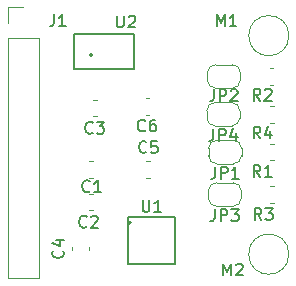
<source format=gto>
G04 #@! TF.GenerationSoftware,KiCad,Pcbnew,5.0.0-rc1-44a33f2~62~ubuntu16.04.1*
G04 #@! TF.CreationDate,2018-04-05T21:06:55+03:00*
G04 #@! TF.ProjectId,accel-breakout,616363656C2D627265616B6F75742E6B,rev?*
G04 #@! TF.SameCoordinates,Original*
G04 #@! TF.FileFunction,Legend,Top*
G04 #@! TF.FilePolarity,Positive*
%FSLAX46Y46*%
G04 Gerber Fmt 4.6, Leading zero omitted, Abs format (unit mm)*
G04 Created by KiCad (PCBNEW 5.0.0-rc1-44a33f2~62~ubuntu16.04.1) date Thu Apr  5 21:06:55 2018*
%MOMM*%
%LPD*%
G01*
G04 APERTURE LIST*
%ADD10C,0.150000*%
%ADD11C,0.120000*%
G04 APERTURE END LIST*
D10*
X138095000Y-97200000D02*
X142095000Y-97200000D01*
X142095000Y-97200000D02*
X142095000Y-101200000D01*
X142095000Y-101200000D02*
X138095000Y-101200000D01*
X138095000Y-101200000D02*
X138095000Y-97200000D01*
X138395000Y-97700000D02*
G75*
G03X138395000Y-97700000I-100000J0D01*
G01*
D11*
X135155000Y-93885000D02*
X134855000Y-93885000D01*
X135155000Y-92465000D02*
X134855000Y-92465000D01*
X135130000Y-95215000D02*
X134830000Y-95215000D01*
X135130000Y-96635000D02*
X134830000Y-96635000D01*
X135500000Y-87265000D02*
X135200000Y-87265000D01*
X135500000Y-88685000D02*
X135200000Y-88685000D01*
X133390000Y-100030000D02*
X133390000Y-99730000D01*
X134810000Y-100030000D02*
X134810000Y-99730000D01*
X139695000Y-93885000D02*
X139995000Y-93885000D01*
X139695000Y-92465000D02*
X139995000Y-92465000D01*
X139625000Y-87165000D02*
X139925000Y-87165000D01*
X139625000Y-88585000D02*
X139925000Y-88585000D01*
X127952619Y-102407500D02*
X130612619Y-102407500D01*
X127952619Y-82027500D02*
X127952619Y-102407500D01*
X130612619Y-82027500D02*
X130612619Y-102407500D01*
X127952619Y-82027500D02*
X130612619Y-82027500D01*
X127952619Y-80757500D02*
X127952619Y-79427500D01*
X127952619Y-79427500D02*
X129282619Y-79427500D01*
X147050000Y-92700000D02*
X145650000Y-92700000D01*
X144950000Y-92000000D02*
X144950000Y-91400000D01*
X145650000Y-90700000D02*
X147050000Y-90700000D01*
X147750000Y-91400000D02*
X147750000Y-92000000D01*
X147750000Y-92000000D02*
G75*
G02X147050000Y-92700000I-700000J0D01*
G01*
X147050000Y-90700000D02*
G75*
G02X147750000Y-91400000I0J-700000D01*
G01*
X144950000Y-91400000D02*
G75*
G02X145650000Y-90700000I700000J0D01*
G01*
X145650000Y-92700000D02*
G75*
G02X144950000Y-92000000I0J700000D01*
G01*
X145550000Y-86300000D02*
G75*
G02X144850000Y-85600000I0J700000D01*
G01*
X144850000Y-85000000D02*
G75*
G02X145550000Y-84300000I700000J0D01*
G01*
X146950000Y-84300000D02*
G75*
G02X147650000Y-85000000I0J-700000D01*
G01*
X147650000Y-85600000D02*
G75*
G02X146950000Y-86300000I-700000J0D01*
G01*
X147650000Y-85000000D02*
X147650000Y-85600000D01*
X145550000Y-84300000D02*
X146950000Y-84300000D01*
X144850000Y-85600000D02*
X144850000Y-85000000D01*
X146950000Y-86300000D02*
X145550000Y-86300000D01*
X147025000Y-96300000D02*
X145625000Y-96300000D01*
X144925000Y-95600000D02*
X144925000Y-95000000D01*
X145625000Y-94300000D02*
X147025000Y-94300000D01*
X147725000Y-95000000D02*
X147725000Y-95600000D01*
X147725000Y-95600000D02*
G75*
G02X147025000Y-96300000I-700000J0D01*
G01*
X147025000Y-94300000D02*
G75*
G02X147725000Y-95000000I0J-700000D01*
G01*
X144925000Y-95000000D02*
G75*
G02X145625000Y-94300000I700000J0D01*
G01*
X145625000Y-96300000D02*
G75*
G02X144925000Y-95600000I0J700000D01*
G01*
X145500000Y-89500000D02*
G75*
G02X144800000Y-88800000I0J700000D01*
G01*
X144800000Y-88200000D02*
G75*
G02X145500000Y-87500000I700000J0D01*
G01*
X146900000Y-87500000D02*
G75*
G02X147600000Y-88200000I0J-700000D01*
G01*
X147600000Y-88800000D02*
G75*
G02X146900000Y-89500000I-700000J0D01*
G01*
X147600000Y-88200000D02*
X147600000Y-88800000D01*
X145500000Y-87500000D02*
X146900000Y-87500000D01*
X144800000Y-88800000D02*
X144800000Y-88200000D01*
X146900000Y-89500000D02*
X145500000Y-89500000D01*
X150455000Y-92410000D02*
X150155000Y-92410000D01*
X150455000Y-90990000D02*
X150155000Y-90990000D01*
X150430000Y-84590000D02*
X150130000Y-84590000D01*
X150430000Y-86010000D02*
X150130000Y-86010000D01*
X150455000Y-96035000D02*
X150155000Y-96035000D01*
X150455000Y-94615000D02*
X150155000Y-94615000D01*
X150455000Y-87790000D02*
X150155000Y-87790000D01*
X150455000Y-89210000D02*
X150155000Y-89210000D01*
D10*
X138600000Y-84675000D02*
X133600000Y-84675000D01*
X133600000Y-84675000D02*
X133600000Y-81675000D01*
X133600000Y-81675000D02*
X138600000Y-81675000D01*
X138600000Y-81675000D02*
X138600000Y-84675000D01*
X135100000Y-83475000D02*
G75*
G03X135100000Y-83475000I-100000J0D01*
G01*
D11*
X151750000Y-100350000D02*
G75*
G03X151750000Y-100350000I-1700000J0D01*
G01*
X151750000Y-81850000D02*
G75*
G03X151750000Y-81850000I-1700000J0D01*
G01*
D10*
X139363095Y-95772380D02*
X139363095Y-96581904D01*
X139410714Y-96677142D01*
X139458333Y-96724761D01*
X139553571Y-96772380D01*
X139744047Y-96772380D01*
X139839285Y-96724761D01*
X139886904Y-96677142D01*
X139934523Y-96581904D01*
X139934523Y-95772380D01*
X140934523Y-96772380D02*
X140363095Y-96772380D01*
X140648809Y-96772380D02*
X140648809Y-95772380D01*
X140553571Y-95915238D01*
X140458333Y-96010476D01*
X140363095Y-96058095D01*
X134883333Y-95007142D02*
X134835714Y-95054761D01*
X134692857Y-95102380D01*
X134597619Y-95102380D01*
X134454761Y-95054761D01*
X134359523Y-94959523D01*
X134311904Y-94864285D01*
X134264285Y-94673809D01*
X134264285Y-94530952D01*
X134311904Y-94340476D01*
X134359523Y-94245238D01*
X134454761Y-94150000D01*
X134597619Y-94102380D01*
X134692857Y-94102380D01*
X134835714Y-94150000D01*
X134883333Y-94197619D01*
X135835714Y-95102380D02*
X135264285Y-95102380D01*
X135550000Y-95102380D02*
X135550000Y-94102380D01*
X135454761Y-94245238D01*
X135359523Y-94340476D01*
X135264285Y-94388095D01*
X134633333Y-98007142D02*
X134585714Y-98054761D01*
X134442857Y-98102380D01*
X134347619Y-98102380D01*
X134204761Y-98054761D01*
X134109523Y-97959523D01*
X134061904Y-97864285D01*
X134014285Y-97673809D01*
X134014285Y-97530952D01*
X134061904Y-97340476D01*
X134109523Y-97245238D01*
X134204761Y-97150000D01*
X134347619Y-97102380D01*
X134442857Y-97102380D01*
X134585714Y-97150000D01*
X134633333Y-97197619D01*
X135014285Y-97197619D02*
X135061904Y-97150000D01*
X135157142Y-97102380D01*
X135395238Y-97102380D01*
X135490476Y-97150000D01*
X135538095Y-97197619D01*
X135585714Y-97292857D01*
X135585714Y-97388095D01*
X135538095Y-97530952D01*
X134966666Y-98102380D01*
X135585714Y-98102380D01*
X135133333Y-90057142D02*
X135085714Y-90104761D01*
X134942857Y-90152380D01*
X134847619Y-90152380D01*
X134704761Y-90104761D01*
X134609523Y-90009523D01*
X134561904Y-89914285D01*
X134514285Y-89723809D01*
X134514285Y-89580952D01*
X134561904Y-89390476D01*
X134609523Y-89295238D01*
X134704761Y-89200000D01*
X134847619Y-89152380D01*
X134942857Y-89152380D01*
X135085714Y-89200000D01*
X135133333Y-89247619D01*
X135466666Y-89152380D02*
X136085714Y-89152380D01*
X135752380Y-89533333D01*
X135895238Y-89533333D01*
X135990476Y-89580952D01*
X136038095Y-89628571D01*
X136085714Y-89723809D01*
X136085714Y-89961904D01*
X136038095Y-90057142D01*
X135990476Y-90104761D01*
X135895238Y-90152380D01*
X135609523Y-90152380D01*
X135514285Y-90104761D01*
X135466666Y-90057142D01*
X132607142Y-100046666D02*
X132654761Y-100094285D01*
X132702380Y-100237142D01*
X132702380Y-100332380D01*
X132654761Y-100475238D01*
X132559523Y-100570476D01*
X132464285Y-100618095D01*
X132273809Y-100665714D01*
X132130952Y-100665714D01*
X131940476Y-100618095D01*
X131845238Y-100570476D01*
X131750000Y-100475238D01*
X131702380Y-100332380D01*
X131702380Y-100237142D01*
X131750000Y-100094285D01*
X131797619Y-100046666D01*
X132035714Y-99189523D02*
X132702380Y-99189523D01*
X131654761Y-99427619D02*
X132369047Y-99665714D01*
X132369047Y-99046666D01*
X139678333Y-91682142D02*
X139630714Y-91729761D01*
X139487857Y-91777380D01*
X139392619Y-91777380D01*
X139249761Y-91729761D01*
X139154523Y-91634523D01*
X139106904Y-91539285D01*
X139059285Y-91348809D01*
X139059285Y-91205952D01*
X139106904Y-91015476D01*
X139154523Y-90920238D01*
X139249761Y-90825000D01*
X139392619Y-90777380D01*
X139487857Y-90777380D01*
X139630714Y-90825000D01*
X139678333Y-90872619D01*
X140583095Y-90777380D02*
X140106904Y-90777380D01*
X140059285Y-91253571D01*
X140106904Y-91205952D01*
X140202142Y-91158333D01*
X140440238Y-91158333D01*
X140535476Y-91205952D01*
X140583095Y-91253571D01*
X140630714Y-91348809D01*
X140630714Y-91586904D01*
X140583095Y-91682142D01*
X140535476Y-91729761D01*
X140440238Y-91777380D01*
X140202142Y-91777380D01*
X140106904Y-91729761D01*
X140059285Y-91682142D01*
X139583333Y-89857142D02*
X139535714Y-89904761D01*
X139392857Y-89952380D01*
X139297619Y-89952380D01*
X139154761Y-89904761D01*
X139059523Y-89809523D01*
X139011904Y-89714285D01*
X138964285Y-89523809D01*
X138964285Y-89380952D01*
X139011904Y-89190476D01*
X139059523Y-89095238D01*
X139154761Y-89000000D01*
X139297619Y-88952380D01*
X139392857Y-88952380D01*
X139535714Y-89000000D01*
X139583333Y-89047619D01*
X140440476Y-88952380D02*
X140250000Y-88952380D01*
X140154761Y-89000000D01*
X140107142Y-89047619D01*
X140011904Y-89190476D01*
X139964285Y-89380952D01*
X139964285Y-89761904D01*
X140011904Y-89857142D01*
X140059523Y-89904761D01*
X140154761Y-89952380D01*
X140345238Y-89952380D01*
X140440476Y-89904761D01*
X140488095Y-89857142D01*
X140535714Y-89761904D01*
X140535714Y-89523809D01*
X140488095Y-89428571D01*
X140440476Y-89380952D01*
X140345238Y-89333333D01*
X140154761Y-89333333D01*
X140059523Y-89380952D01*
X140011904Y-89428571D01*
X139964285Y-89523809D01*
X131866666Y-80052380D02*
X131866666Y-80766666D01*
X131819047Y-80909523D01*
X131723809Y-81004761D01*
X131580952Y-81052380D01*
X131485714Y-81052380D01*
X132866666Y-81052380D02*
X132295238Y-81052380D01*
X132580952Y-81052380D02*
X132580952Y-80052380D01*
X132485714Y-80195238D01*
X132390476Y-80290476D01*
X132295238Y-80338095D01*
X145516666Y-92952380D02*
X145516666Y-93666666D01*
X145469047Y-93809523D01*
X145373809Y-93904761D01*
X145230952Y-93952380D01*
X145135714Y-93952380D01*
X145992857Y-93952380D02*
X145992857Y-92952380D01*
X146373809Y-92952380D01*
X146469047Y-93000000D01*
X146516666Y-93047619D01*
X146564285Y-93142857D01*
X146564285Y-93285714D01*
X146516666Y-93380952D01*
X146469047Y-93428571D01*
X146373809Y-93476190D01*
X145992857Y-93476190D01*
X147516666Y-93952380D02*
X146945238Y-93952380D01*
X147230952Y-93952380D02*
X147230952Y-92952380D01*
X147135714Y-93095238D01*
X147040476Y-93190476D01*
X146945238Y-93238095D01*
X145416666Y-86402380D02*
X145416666Y-87116666D01*
X145369047Y-87259523D01*
X145273809Y-87354761D01*
X145130952Y-87402380D01*
X145035714Y-87402380D01*
X145892857Y-87402380D02*
X145892857Y-86402380D01*
X146273809Y-86402380D01*
X146369047Y-86450000D01*
X146416666Y-86497619D01*
X146464285Y-86592857D01*
X146464285Y-86735714D01*
X146416666Y-86830952D01*
X146369047Y-86878571D01*
X146273809Y-86926190D01*
X145892857Y-86926190D01*
X146845238Y-86497619D02*
X146892857Y-86450000D01*
X146988095Y-86402380D01*
X147226190Y-86402380D01*
X147321428Y-86450000D01*
X147369047Y-86497619D01*
X147416666Y-86592857D01*
X147416666Y-86688095D01*
X147369047Y-86830952D01*
X146797619Y-87402380D01*
X147416666Y-87402380D01*
X145491666Y-96552380D02*
X145491666Y-97266666D01*
X145444047Y-97409523D01*
X145348809Y-97504761D01*
X145205952Y-97552380D01*
X145110714Y-97552380D01*
X145967857Y-97552380D02*
X145967857Y-96552380D01*
X146348809Y-96552380D01*
X146444047Y-96600000D01*
X146491666Y-96647619D01*
X146539285Y-96742857D01*
X146539285Y-96885714D01*
X146491666Y-96980952D01*
X146444047Y-97028571D01*
X146348809Y-97076190D01*
X145967857Y-97076190D01*
X146872619Y-96552380D02*
X147491666Y-96552380D01*
X147158333Y-96933333D01*
X147301190Y-96933333D01*
X147396428Y-96980952D01*
X147444047Y-97028571D01*
X147491666Y-97123809D01*
X147491666Y-97361904D01*
X147444047Y-97457142D01*
X147396428Y-97504761D01*
X147301190Y-97552380D01*
X147015476Y-97552380D01*
X146920238Y-97504761D01*
X146872619Y-97457142D01*
X145366666Y-89752380D02*
X145366666Y-90466666D01*
X145319047Y-90609523D01*
X145223809Y-90704761D01*
X145080952Y-90752380D01*
X144985714Y-90752380D01*
X145842857Y-90752380D02*
X145842857Y-89752380D01*
X146223809Y-89752380D01*
X146319047Y-89800000D01*
X146366666Y-89847619D01*
X146414285Y-89942857D01*
X146414285Y-90085714D01*
X146366666Y-90180952D01*
X146319047Y-90228571D01*
X146223809Y-90276190D01*
X145842857Y-90276190D01*
X147271428Y-90085714D02*
X147271428Y-90752380D01*
X147033333Y-89704761D02*
X146795238Y-90419047D01*
X147414285Y-90419047D01*
X149333333Y-93802380D02*
X149000000Y-93326190D01*
X148761904Y-93802380D02*
X148761904Y-92802380D01*
X149142857Y-92802380D01*
X149238095Y-92850000D01*
X149285714Y-92897619D01*
X149333333Y-92992857D01*
X149333333Y-93135714D01*
X149285714Y-93230952D01*
X149238095Y-93278571D01*
X149142857Y-93326190D01*
X148761904Y-93326190D01*
X150285714Y-93802380D02*
X149714285Y-93802380D01*
X150000000Y-93802380D02*
X150000000Y-92802380D01*
X149904761Y-92945238D01*
X149809523Y-93040476D01*
X149714285Y-93088095D01*
X149333333Y-87352380D02*
X149000000Y-86876190D01*
X148761904Y-87352380D02*
X148761904Y-86352380D01*
X149142857Y-86352380D01*
X149238095Y-86400000D01*
X149285714Y-86447619D01*
X149333333Y-86542857D01*
X149333333Y-86685714D01*
X149285714Y-86780952D01*
X149238095Y-86828571D01*
X149142857Y-86876190D01*
X148761904Y-86876190D01*
X149714285Y-86447619D02*
X149761904Y-86400000D01*
X149857142Y-86352380D01*
X150095238Y-86352380D01*
X150190476Y-86400000D01*
X150238095Y-86447619D01*
X150285714Y-86542857D01*
X150285714Y-86638095D01*
X150238095Y-86780952D01*
X149666666Y-87352380D01*
X150285714Y-87352380D01*
X149433333Y-97452380D02*
X149100000Y-96976190D01*
X148861904Y-97452380D02*
X148861904Y-96452380D01*
X149242857Y-96452380D01*
X149338095Y-96500000D01*
X149385714Y-96547619D01*
X149433333Y-96642857D01*
X149433333Y-96785714D01*
X149385714Y-96880952D01*
X149338095Y-96928571D01*
X149242857Y-96976190D01*
X148861904Y-96976190D01*
X149766666Y-96452380D02*
X150385714Y-96452380D01*
X150052380Y-96833333D01*
X150195238Y-96833333D01*
X150290476Y-96880952D01*
X150338095Y-96928571D01*
X150385714Y-97023809D01*
X150385714Y-97261904D01*
X150338095Y-97357142D01*
X150290476Y-97404761D01*
X150195238Y-97452380D01*
X149909523Y-97452380D01*
X149814285Y-97404761D01*
X149766666Y-97357142D01*
X149333333Y-90552380D02*
X149000000Y-90076190D01*
X148761904Y-90552380D02*
X148761904Y-89552380D01*
X149142857Y-89552380D01*
X149238095Y-89600000D01*
X149285714Y-89647619D01*
X149333333Y-89742857D01*
X149333333Y-89885714D01*
X149285714Y-89980952D01*
X149238095Y-90028571D01*
X149142857Y-90076190D01*
X148761904Y-90076190D01*
X150190476Y-89885714D02*
X150190476Y-90552380D01*
X149952380Y-89504761D02*
X149714285Y-90219047D01*
X150333333Y-90219047D01*
X137188095Y-80152380D02*
X137188095Y-80961904D01*
X137235714Y-81057142D01*
X137283333Y-81104761D01*
X137378571Y-81152380D01*
X137569047Y-81152380D01*
X137664285Y-81104761D01*
X137711904Y-81057142D01*
X137759523Y-80961904D01*
X137759523Y-80152380D01*
X138188095Y-80247619D02*
X138235714Y-80200000D01*
X138330952Y-80152380D01*
X138569047Y-80152380D01*
X138664285Y-80200000D01*
X138711904Y-80247619D01*
X138759523Y-80342857D01*
X138759523Y-80438095D01*
X138711904Y-80580952D01*
X138140476Y-81152380D01*
X138759523Y-81152380D01*
X146190476Y-102152380D02*
X146190476Y-101152380D01*
X146523809Y-101866666D01*
X146857142Y-101152380D01*
X146857142Y-102152380D01*
X147285714Y-101247619D02*
X147333333Y-101200000D01*
X147428571Y-101152380D01*
X147666666Y-101152380D01*
X147761904Y-101200000D01*
X147809523Y-101247619D01*
X147857142Y-101342857D01*
X147857142Y-101438095D01*
X147809523Y-101580952D01*
X147238095Y-102152380D01*
X147857142Y-102152380D01*
X145640476Y-81052380D02*
X145640476Y-80052380D01*
X145973809Y-80766666D01*
X146307142Y-80052380D01*
X146307142Y-81052380D01*
X147307142Y-81052380D02*
X146735714Y-81052380D01*
X147021428Y-81052380D02*
X147021428Y-80052380D01*
X146926190Y-80195238D01*
X146830952Y-80290476D01*
X146735714Y-80338095D01*
M02*

</source>
